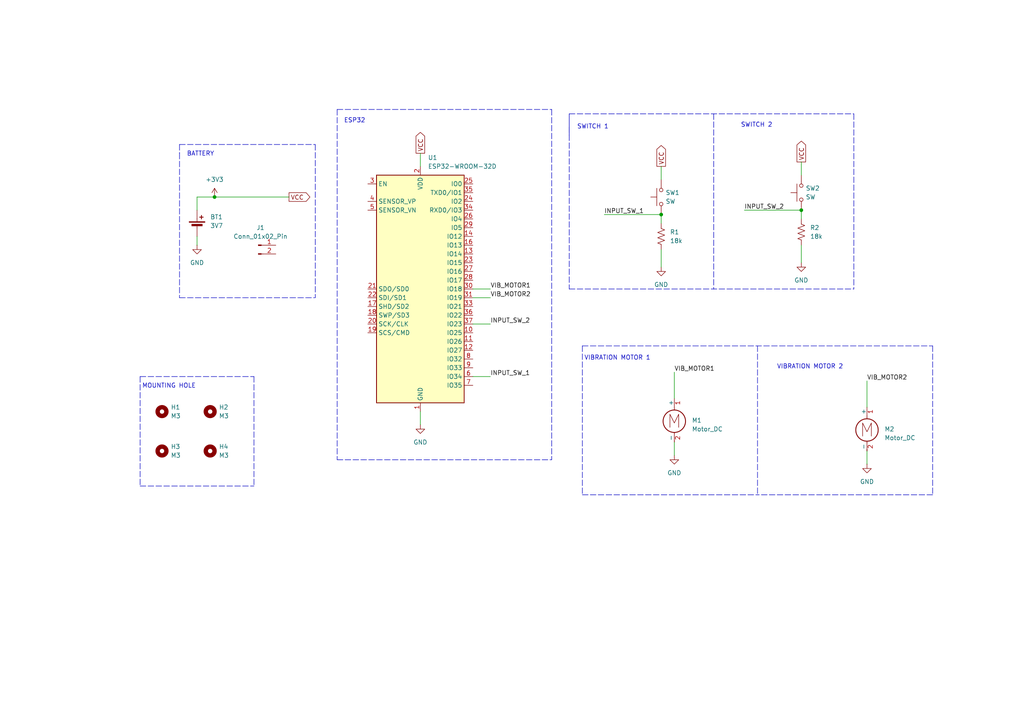
<source format=kicad_sch>
(kicad_sch (version 20250114) (generator "eeschema") (generator_version "9.0")
  (paper "A4")
  (lib_symbols
    (symbol "Connector:Conn_01x02_Pin" (pin_names (offset 1.016) (hide yes))
      (property "Reference" "J" (at 0 2.54 0))
      (property "Value" "Conn_01x02_Pin" (at 0 -5.08 0))
      (symbol "Conn_01x02_Pin_1_1"
        (rectangle (start 0.8636 0.127) (end 0 -0.127) (stroke (width 0.1524)) (fill (type outline)))
        (rectangle (start 0.8636 -2.413) (end 0 -2.667) (stroke (width 0.1524)) (fill (type outline)))
        (polyline (pts (xy 1.27 0) (xy 0.8636 0)) (stroke (width 0.1524)))
        (polyline (pts (xy 1.27 -2.54) (xy 0.8636 -2.54)) (stroke (width 0.1524)))
        (pin passive line (at 5.08 0 180) (length 3.81) (name "Pin_1") (number "1"))
        (pin passive line (at 5.08 -2.54 180) (length 3.81) (name "Pin_2") (number "2"))
      )
    )
    (symbol "Device:Battery_Cell" (pin_numbers (hide yes)) (pin_names (offset 0) (hide yes))
      (property "Reference" "BT" (at 2.54 2.54 0))
      (property "Value" "Battery_Cell" (at 2.54 0 0))
      (symbol "Battery_Cell_0_1"
        (rectangle (start -2.286 1.778) (end 2.286 1.524) (fill (type outline)))
        (rectangle (start -1.524 1.016) (end 1.524 0.508) (fill (type outline)))
        (polyline (pts (xy 0 1.778) (xy 0 2.54)))
        (polyline (pts (xy 0 0.762) (xy 0 0)))
        (polyline (pts (xy 0.762 3.048) (xy 1.778 3.048)) (stroke (width 0.254)))
        (polyline (pts (xy 1.27 3.556) (xy 1.27 2.54)) (stroke (width 0.254)))
      )
      (symbol "Battery_Cell_1_1"
        (pin passive line (at 0 5.08 270) (length 2.54) (name "+") (number "1"))
        (pin passive line (at 0 -2.54 90) (length 2.54) (name "-") (number "2"))
      )
    )
    (symbol "Device:R_US" (pin_numbers (hide yes)) (pin_names (offset 0))
      (property "Reference" "R" (at 2.54 0 90))
      (property "Value" "R_US" (at -2.54 0 90))
      (symbol "R_US_0_1"
        (polyline (pts (xy 0 2.286) (xy 0 2.54)))
        (polyline (pts (xy 0 2.286) (xy 1.016 1.905) (xy 0 1.524) (xy -1.016 1.143) (xy 0 0.762)))
        (polyline (pts (xy 0 0.762) (xy 1.016 0.381) (xy 0 0) (xy -1.016 -0.381) (xy 0 -0.762)))
        (polyline (pts (xy 0 -0.762) (xy 1.016 -1.143) (xy 0 -1.524) (xy -1.016 -1.905) (xy 0 -2.286)))
        (polyline (pts (xy 0 -2.286) (xy 0 -2.54)))
      )
      (symbol "R_US_1_1"
        (pin passive line (at 0 3.81 270) (length 1.27) (name "~") (number "1"))
        (pin passive line (at 0 -3.81 90) (length 1.27) (name "~") (number "2"))
      )
    )
    (symbol "Mechanical:MountingHole" (pin_names (offset 1.016)) (exclude_from_sim yes) (in_bom no)
      (property "Reference" "H" (at 0 5.08 0))
      (property "Value" "MountingHole" (at 0 3.175 0))
      (symbol "MountingHole_0_1"
        (circle (center 0 0) (radius 1.27) (stroke (width 1.27)))
      )
    )
    (symbol "Motor:Motor_DC" (pin_names (offset 0))
      (property "Reference" "M" (at 2.54 2.54 0))
      (property "Value" "Motor_DC" (at 2.54 -5.08 0))
      (symbol "Motor_DC_0_0"
        (polyline (pts (xy -1.27 -3.302) (xy -1.27 0.508) (xy 0 -2.032) (xy 1.27 0.508) (xy 1.27 -3.302)))
      )
      (symbol "Motor_DC_0_1"
        (polyline (pts (xy 0 2.032) (xy 0 2.54)))
        (polyline (pts (xy 0 1.7272) (xy 0 2.0828)))
        (circle (center 0 -1.524) (radius 3.2512) (stroke (width 0.254)))
        (polyline (pts (xy 0 -4.7752) (xy 0 -5.1816)))
        (polyline (pts (xy 0 -7.62) (xy 0 -7.112)))
      )
      (symbol "Motor_DC_1_1"
        (pin passive line (at 0 5.08 270) (length 2.54) (name "+") (number "1"))
        (pin passive line (at 0 -7.62 90) (length 2.54) (name "-") (number "2"))
      )
    )
    (symbol "RF_Module:ESP32-WROOM-32D"
      (property "Reference" "U" (at -12.7 34.29 0))
      (property "Value" "ESP32-WROOM-32D" (at 1.27 34.29 0))
      (symbol "ESP32-WROOM-32D_0_1"
        (rectangle (start -12.7 33.02) (end 12.7 -33.02) (stroke (width 0.254)) (fill (type background)))
      )
      (symbol "ESP32-WROOM-32D_1_1"
        (pin input line (at -15.24 30.48 0) (length 2.54) (name "EN") (number "3"))
        (pin input line (at -15.24 25.4 0) (length 2.54) (name "SENSOR_VP") (number "4"))
        (pin input line (at -15.24 22.86 0) (length 2.54) (name "SENSOR_VN") (number "5"))
        (pin bidirectional line (at -15.24 0 0) (length 2.54) (name "SDO/SD0") (number "21"))
        (pin bidirectional line (at -15.24 -2.54 0) (length 2.54) (name "SDI/SD1") (number "22"))
        (pin bidirectional line (at -15.24 -5.08 0) (length 2.54) (name "SHD/SD2") (number "17"))
        (pin bidirectional line (at -15.24 -7.62 0) (length 2.54) (name "SWP/SD3") (number "18"))
        (pin bidirectional line (at -15.24 -10.16 0) (length 2.54) (name "SCK/CLK") (number "20"))
        (pin bidirectional line (at -15.24 -12.7 0) (length 2.54) (name "SCS/CMD") (number "19"))
        (pin no_connect line (at -12.7 -27.94 0) (length 2.54) (hide yes) (name "NC") (number "32"))
        (pin power_in line (at 0 35.56 270) (length 2.54) (name "VDD") (number "2"))
        (pin power_in line (at 0 -35.56 90) (length 2.54) (name "GND") (number "1"))
        (pin passive line (at 0 -35.56 90) (length 2.54) (hide yes) (name "GND") (number "15"))
        (pin passive line (at 0 -35.56 90) (length 2.54) (hide yes) (name "GND") (number "38"))
        (pin passive line (at 0 -35.56 90) (length 2.54) (hide yes) (name "GND") (number "39"))
        (pin bidirectional line (at 15.24 30.48 180) (length 2.54) (name "IO0") (number "25"))
        (pin bidirectional line (at 15.24 27.94 180) (length 2.54) (name "TXD0/IO1") (number "35"))
        (pin bidirectional line (at 15.24 25.4 180) (length 2.54) (name "IO2") (number "24"))
        (pin bidirectional line (at 15.24 22.86 180) (length 2.54) (name "RXD0/IO3") (number "34"))
        (pin bidirectional line (at 15.24 20.32 180) (length 2.54) (name "IO4") (number "26"))
        (pin bidirectional line (at 15.24 17.78 180) (length 2.54) (name "IO5") (number "29"))
        (pin bidirectional line (at 15.24 15.24 180) (length 2.54) (name "IO12") (number "14"))
        (pin bidirectional line (at 15.24 12.7 180) (length 2.54) (name "IO13") (number "16"))
        (pin bidirectional line (at 15.24 10.16 180) (length 2.54) (name "IO14") (number "13"))
        (pin bidirectional line (at 15.24 7.62 180) (length 2.54) (name "IO15") (number "23"))
        (pin bidirectional line (at 15.24 5.08 180) (length 2.54) (name "IO16") (number "27"))
        (pin bidirectional line (at 15.24 2.54 180) (length 2.54) (name "IO17") (number "28"))
        (pin bidirectional line (at 15.24 0 180) (length 2.54) (name "IO18") (number "30"))
        (pin bidirectional line (at 15.24 -2.54 180) (length 2.54) (name "IO19") (number "31"))
        (pin bidirectional line (at 15.24 -5.08 180) (length 2.54) (name "IO21") (number "33"))
        (pin bidirectional line (at 15.24 -7.62 180) (length 2.54) (name "IO22") (number "36"))
        (pin bidirectional line (at 15.24 -10.16 180) (length 2.54) (name "IO23") (number "37"))
        (pin bidirectional line (at 15.24 -12.7 180) (length 2.54) (name "IO25") (number "10"))
        (pin bidirectional line (at 15.24 -15.24 180) (length 2.54) (name "IO26") (number "11"))
        (pin bidirectional line (at 15.24 -17.78 180) (length 2.54) (name "IO27") (number "12"))
        (pin bidirectional line (at 15.24 -20.32 180) (length 2.54) (name "IO32") (number "8"))
        (pin bidirectional line (at 15.24 -22.86 180) (length 2.54) (name "IO33") (number "9"))
        (pin input line (at 15.24 -25.4 180) (length 2.54) (name "IO34") (number "6"))
        (pin input line (at 15.24 -27.94 180) (length 2.54) (name "IO35") (number "7"))
      )
    )
    (symbol "Switch:SW_MEC_5G" (pin_numbers (hide yes)) (pin_names (offset 1.016) (hide yes))
      (property "Reference" "SW" (at 1.27 2.54 0))
      (property "Value" "SW_MEC_5G" (at 0 -1.524 0))
      (symbol "SW_MEC_5G_0_1"
        (circle (center -2.032 0) (radius 0.508))
        (polyline (pts (xy 0 1.27) (xy 0 3.048)))
        (circle (center 2.032 0) (radius 0.508))
        (polyline (pts (xy 2.54 1.27) (xy -2.54 1.27)))
        (pin passive line (at -5.08 0 0) (length 2.54) (name "A") (number "1"))
        (pin passive line (at 5.08 0 180) (length 2.54) (name "B") (number "3"))
      )
      (symbol "SW_MEC_5G_1_1"
        (pin passive line (at -5.08 0 0) (length 2.54) (hide yes) (name "A") (number "2"))
        (pin passive line (at 5.08 0 180) (length 2.54) (hide yes) (name "B") (number "4"))
      )
    )
    (symbol "power:+3V3" (power) (pin_numbers (hide yes)) (pin_names (offset 0) (hide yes))
      (property "Value" "+3V3" (at 0 3.556 0))
      (symbol "+3V3_0_1"
        (polyline (pts (xy -0.762 1.27) (xy 0 2.54)))
        (polyline (pts (xy 0 2.54) (xy 0.762 1.27)))
        (polyline (pts (xy 0 0) (xy 0 2.54)))
      )
      (symbol "+3V3_1_1"
        (pin power_in line (at 0 0 90) (length 0) (name "~") (number "1"))
      )
    )
    (symbol "power:GND" (power) (pin_numbers (hide yes)) (pin_names (offset 0) (hide yes))
      (property "Value" "GND" (at 0 -3.81 0))
      (symbol "GND_0_1"
        (polyline (pts (xy 0 0) (xy 0 -1.27) (xy 1.27 -1.27) (xy 0 -2.54) (xy -1.27 -1.27) (xy 0 -1.27)))
      )
      (symbol "GND_1_1"
        (pin power_in line (at 0 0 270) (length 0) (name "~") (number "1"))
      )
    )
  )
  (text "SWITCH 2" (at 219.456 36.322 0) (effects (font (size 1.27 1.27))))
  (text "VIBRATION MOTOR 1" (at 179.07 103.886 0) (effects (font (size 1.27 1.27))))
  (text "SWITCH 1" (at 171.958 36.83 0) (effects (font (size 1.27 1.27))))
  (text "VIBRATION MOTOR 2\n" (at 234.95 106.426 0) (effects (font (size 1.27 1.27))))
  (text "ESP32" (at 102.87 35.052 0) (effects (font (size 1.27 1.27))))
  (text "BATTERY" (at 58.166 44.704 0) (effects (font (size 1.27 1.27))))
  (text "MOUNTING HOLE" (at 49.022 112.014 0) (effects (font (size 1.27 1.27))))
  (junction (at 232.41 60.96))
  (junction (at 62.23 57.15))
  (junction (at 191.77 62.23))
  (polyline (pts (xy 40.64 109.22) (xy 40.64 140.97)) (stroke (width 0) (type dash)))
  (polyline (pts (xy 97.79 31.75) (xy 160.02 31.75)) (stroke (width 0) (type dash)))
  (polyline (pts (xy 168.91 100.33) (xy 270.51 100.33)) (stroke (width 0) (type dash)))
  (polyline (pts (xy 270.51 143.51) (xy 219.71 143.51)) (stroke (width 0) (type dash)))
  (wire (pts (xy 57.15 57.15) (xy 62.23 57.15)))
  (wire (pts (xy 137.16 83.82) (xy 142.24 83.82)))
  (polyline (pts (xy 165.1 33.02) (xy 165.1 39.37)))
  (polyline (pts (xy 91.44 41.91) (xy 91.44 86.36)) (stroke (width 0) (type dash)))
  (wire (pts (xy 137.16 109.22) (xy 142.24 109.22)))
  (wire (pts (xy 251.46 130.81) (xy 251.46 134.62)))
  (polyline (pts (xy 165.1 33.02) (xy 247.65 33.02)) (stroke (width 0) (type dash)))
  (polyline (pts (xy 168.91 100.33) (xy 168.91 143.51)) (stroke (width 0) (type dash)))
  (polyline (pts (xy 219.71 100.33) (xy 219.71 143.51)) (stroke (width 0) (type dash)))
  (polyline (pts (xy 97.79 31.75) (xy 97.79 133.35)) (stroke (width 0) (type dash)))
  (wire (pts (xy 232.41 60.96) (xy 232.41 63.5)))
  (polyline (pts (xy 168.91 143.51) (xy 219.71 143.51)) (stroke (width 0) (type dash)))
  (polyline (pts (xy 207.01 33.02) (xy 207.01 83.82)) (stroke (width 0) (type dash)))
  (wire (pts (xy 137.16 93.98) (xy 142.24 93.98)))
  (polyline (pts (xy 247.65 33.02) (xy 247.65 83.82)) (stroke (width 0) (type dash)))
  (polyline (pts (xy 97.79 133.35) (xy 160.02 133.35)) (stroke (width 0) (type dash)))
  (wire (pts (xy 215.9 60.96) (xy 232.41 60.96)))
  (wire (pts (xy 251.46 110.49) (xy 251.46 118.11)))
  (wire (pts (xy 191.77 72.39) (xy 191.77 77.47)))
  (wire (pts (xy 195.58 107.95) (xy 195.58 115.57)))
  (polyline (pts (xy 165.1 83.82) (xy 247.65 83.82)) (stroke (width 0) (type dash)))
  (polyline (pts (xy 52.07 41.91) (xy 52.07 44.45)) (stroke (width 0) (type dash)))
  (polyline (pts (xy 40.64 109.22) (xy 73.66 109.22)) (stroke (width 0) (type dash)))
  (wire (pts (xy 175.26 62.23) (xy 191.77 62.23)))
  (wire (pts (xy 121.92 44.45) (xy 121.92 48.26)))
  (polyline (pts (xy 52.07 41.91) (xy 91.44 41.91)) (stroke (width 0) (type dash)))
  (wire (pts (xy 191.77 62.23) (xy 191.77 64.77)))
  (wire (pts (xy 195.58 128.27) (xy 195.58 132.08)))
  (wire (pts (xy 232.41 46.99) (xy 232.41 50.8)))
  (polyline (pts (xy 40.64 140.97) (xy 73.66 140.97)) (stroke (width 0) (type dash)))
  (wire (pts (xy 83.82 57.15) (xy 62.23 57.15)))
  (polyline (pts (xy 73.66 109.22) (xy 73.66 140.97)) (stroke (width 0) (type dash)))
  (polyline (pts (xy 160.02 31.75) (xy 160.02 133.35)) (stroke (width 0) (type dash)))
  (wire (pts (xy 57.15 57.15) (xy 57.15 60.96)))
  (polyline (pts (xy 52.07 44.45) (xy 52.07 86.36)) (stroke (width 0) (type dash)))
  (wire (pts (xy 137.16 86.36) (xy 142.24 86.36)))
  (wire (pts (xy 121.92 119.38) (xy 121.92 123.19)))
  (polyline (pts (xy 270.51 100.33) (xy 270.51 143.51)) (stroke (width 0) (type dash)))
  (wire (pts (xy 191.77 48.26) (xy 191.77 52.07)))
  (polyline (pts (xy 165.1 36.83) (xy 165.1 83.82)) (stroke (width 0) (type dash)))
  (polyline (pts (xy 52.07 86.36) (xy 91.44 86.36)) (stroke (width 0) (type dash)))
  (wire (pts (xy 232.41 71.12) (xy 232.41 76.2)))
  (wire (pts (xy 57.15 68.58) (xy 57.15 71.12)))
  (label "VIB_MOTOR1" (at 195.58 107.95 0))
  (label "INPUT_SW_2" (at 215.9 60.96 0))
  (label "INPUT_SW_1" (at 175.26 62.23 0))
  (label "INPUT_SW_1" (at 142.24 109.22 0))
  (label "VIB_MOTOR2" (at 251.46 110.49 0))
  (label "VIB_MOTOR2" (at 142.24 86.36 0))
  (label "VIB_MOTOR1" (at 142.24 83.82 0))
  (label "INPUT_SW_2" (at 142.24 93.98 0))
  (global_label "VCC" (shape output) (at 83.82 57.15 0) (property "Intersheetrefs" "${INTERSHEET_REFS}" (effects (hide yes))))
  (global_label "VCC" (shape output) (at 121.92 44.45 90) (property "Intersheetrefs" "${INTERSHEET_REFS}" (effects (hide yes))))
  (global_label "VCC" (shape output) (at 191.77 48.26 90) (property "Intersheetrefs" "${INTERSHEET_REFS}" (effects (hide yes))))
  (global_label "VCC" (shape output) (at 232.41 46.99 90) (property "Intersheetrefs" "${INTERSHEET_REFS}" (effects (hide yes))))
  (symbol (lib_id "Connector:Conn_01x02_Pin") (at 74.93 71.12 0) (unit 1)
    (property "Reference" "J1" (at 75.565 66.04 0))
    (property "Value" "Conn_01x02_Pin" (at 75.565 68.58 0))
    (property "Description" "Generic connector, single row, 01x02, script generated" (effects (hide yes)))
  )
  (symbol (lib_id "Mechanical:MountingHole") (at 60.96 130.81 0) (unit 1) (exclude_from_sim yes) (in_bom no)
    (property "Reference" "H4" (at 63.5 129.5399 0) (effects (justify left)))
    (property "Value" "M3" (at 63.5 132.0799 0) (effects (justify left)))
    (property "Footprint" "MountingHole:MountingHole_3.2mm_M3" (effects (hide yes)))
    (property "Description" "Mounting Hole without connection" (effects (hide yes)))
  )
  (symbol (lib_id "Motor:Motor_DC") (at 251.46 123.19 0) (unit 1)
    (property "Reference" "M2" (at 256.54 124.4599 0) (effects (justify left)))
    (property "Value" "Motor_DC" (at 256.54 126.9999 0) (effects (justify left)))
    (property "Footprint" "Motors:Vybronics_VZ30C1T8219732L" (effects (hide yes)))
    (property "Description" "DC Motor" (effects (hide yes)))
  )
  (symbol (lib_id "power:GND") (at 191.77 77.47 0) (unit 1)
    (property "Reference" "#PWR01" (effects (hide yes)))
    (property "Value" "GND" (at 191.77 82.55 0))
    (property "Description" "Power symbol creates a global label with name \"GND\" , ground" (effects (hide yes)))
  )
  (symbol (lib_id "Switch:SW_MEC_5G") (at 191.77 57.15 90) (unit 1)
    (property "Reference" "SW1" (at 193.04 55.8799 90) (effects (justify right)))
    (property "Value" "SW" (at 193.04 58.4199 90) (effects (justify right)))
    (property "Footprint" "Button_Switch_THT:SW_MEC_5GTH9" (effects (hide yes)))
    (property "Datasheet" "http://www.apem.com/int/index.php?controller=attachment&id_attachment=488" (effects (hide yes)))
    (property "Description" "MEC 5G single pole normally-open tactile switch" (effects (hide yes)))
  )
  (symbol (lib_id "Device:R_US") (at 191.77 68.58 0) (unit 1)
    (property "Reference" "R1" (at 194.31 67.3099 0) (effects (justify left)))
    (property "Value" "18k" (at 194.31 69.8499 0) (effects (justify left)))
    (property "Footprint" "Resistor_THT:R_Axial_DIN0207_L6.3mm_D2.5mm_P7.62mm_Horizontal" (effects (hide yes)))
    (property "Description" "Resistor, US symbol" (effects (hide yes)))
  )
  (symbol (lib_id "power:GND") (at 251.46 134.62 0) (unit 1)
    (property "Reference" "#PWR07" (effects (hide yes)))
    (property "Value" "GND" (at 251.46 139.7 0))
    (property "Description" "Power symbol creates a global label with name \"GND\" , ground" (effects (hide yes)))
  )
  (symbol (lib_id "Motor:Motor_DC") (at 195.58 120.65 0) (unit 1)
    (property "Reference" "M1" (at 200.66 121.9199 0) (effects (justify left)))
    (property "Value" "Motor_DC" (at 200.66 124.4599 0) (effects (justify left)))
    (property "Footprint" "Motors:Vybronics_VZ30C1T8219732L" (effects (hide yes)))
    (property "Description" "DC Motor" (effects (hide yes)))
  )
  (symbol (lib_id "power:GND") (at 232.41 76.2 0) (unit 1)
    (property "Reference" "#PWR05" (effects (hide yes)))
    (property "Value" "GND" (at 232.41 81.28 0))
    (property "Description" "Power symbol creates a global label with name \"GND\" , ground" (effects (hide yes)))
  )
  (symbol (lib_id "Device:Battery_Cell") (at 57.15 66.04 0) (unit 1)
    (property "Reference" "BT1" (at 60.96 62.9284 0) (effects (justify left)))
    (property "Value" "3V7" (at 60.96 65.4684 0) (effects (justify left)))
    (property "Description" "Single-cell battery" (effects (hide yes)))
  )
  (symbol (lib_id "Switch:SW_MEC_5G") (at 232.41 55.88 90) (unit 1)
    (property "Reference" "SW2" (at 233.68 54.6099 90) (effects (justify right)))
    (property "Value" "SW" (at 233.68 57.1499 90) (effects (justify right)))
    (property "Footprint" "Button_Switch_THT:SW_MEC_5GTH9" (effects (hide yes)))
    (property "Datasheet" "http://www.apem.com/int/index.php?controller=attachment&id_attachment=488" (effects (hide yes)))
    (property "Description" "MEC 5G single pole normally-open tactile switch" (effects (hide yes)))
  )
  (symbol (lib_id "power:GND") (at 195.58 132.08 0) (unit 1)
    (property "Reference" "#PWR04" (effects (hide yes)))
    (property "Value" "GND" (at 195.58 137.16 0))
    (property "Description" "Power symbol creates a global label with name \"GND\" , ground" (effects (hide yes)))
  )
  (symbol (lib_id "Device:R_US") (at 232.41 67.31 0) (unit 1)
    (property "Reference" "R2" (at 234.95 66.0399 0) (effects (justify left)))
    (property "Value" "18k" (at 234.95 68.5799 0) (effects (justify left)))
    (property "Footprint" "Resistor_THT:R_Axial_DIN0207_L6.3mm_D2.5mm_P7.62mm_Horizontal" (effects (hide yes)))
    (property "Description" "Resistor, US symbol" (effects (hide yes)))
  )
  (symbol (lib_id "RF_Module:ESP32-WROOM-32D") (at 121.92 83.82 0) (unit 1)
    (property "Reference" "U1" (at 124.1141 45.72 0) (effects (justify left)))
    (property "Value" "ESP32-WROOM-32D" (at 124.1141 48.26 0) (effects (justify left)))
    (property "Footprint" "RF_Module:ESP32-WROOM-32D" (effects (hide yes)))
    (property "Datasheet" "https://www.espressif.com/sites/default/files/documentation/esp32-wroom-32d_esp32-wroom-32u_datasheet_en.pdf" (effects (hide yes)))
    (property "Description" "RF Module, ESP32-D0WD SoC, Wi-Fi 802.11b/g/n, Bluetooth, BLE, 32-bit, 2.7-3.6V, onboard antenna, SMD" (effects (hide yes)))
  )
  (symbol (lib_id "power:+3V3") (at 62.23 57.15 0) (unit 1)
    (property "Reference" "#PWR03" (effects (hide yes)))
    (property "Value" "+3V3" (at 62.23 52.07 0))
    (property "Description" "Power symbol creates a global label with name \"+3V3\"" (effects (hide yes)))
  )
  (symbol (lib_id "power:GND") (at 57.15 71.12 0) (unit 1)
    (property "Reference" "#PWR02" (effects (hide yes)))
    (property "Value" "GND" (at 57.15 76.2 0))
    (property "Description" "Power symbol creates a global label with name \"GND\" , ground" (effects (hide yes)))
  )
  (symbol (lib_id "Mechanical:MountingHole") (at 46.99 119.38 0) (unit 1) (exclude_from_sim yes) (in_bom no)
    (property "Reference" "H1" (at 49.53 118.1099 0) (effects (justify left)))
    (property "Value" "M3" (at 49.53 120.6499 0) (effects (justify left)))
    (property "Footprint" "MountingHole:MountingHole_3.2mm_M3" (effects (hide yes)))
    (property "Description" "Mounting Hole without connection" (effects (hide yes)))
  )
  (symbol (lib_id "power:GND") (at 121.92 123.19 0) (unit 1)
    (property "Reference" "#PWR06" (effects (hide yes)))
    (property "Value" "GND" (at 121.92 128.27 0))
    (property "Description" "Power symbol creates a global label with name \"GND\" , ground" (effects (hide yes)))
  )
  (symbol (lib_id "Mechanical:MountingHole") (at 46.99 130.81 0) (unit 1) (exclude_from_sim yes) (in_bom no)
    (property "Reference" "H3" (at 49.53 129.5399 0) (effects (justify left)))
    (property "Value" "M3" (at 49.53 132.0799 0) (effects (justify left)))
    (property "Footprint" "MountingHole:MountingHole_3.2mm_M3" (effects (hide yes)))
    (property "Description" "Mounting Hole without connection" (effects (hide yes)))
  )
  (symbol (lib_id "Mechanical:MountingHole") (at 60.96 119.38 0) (unit 1) (exclude_from_sim yes) (in_bom no)
    (property "Reference" "H2" (at 63.5 118.1099 0) (effects (justify left)))
    (property "Value" "M3" (at 63.5 120.6499 0) (effects (justify left)))
    (property "Footprint" "MountingHole:MountingHole_3.2mm_M3" (effects (hide yes)))
    (property "Description" "Mounting Hole without connection" (effects (hide yes)))
  )
)
</source>
